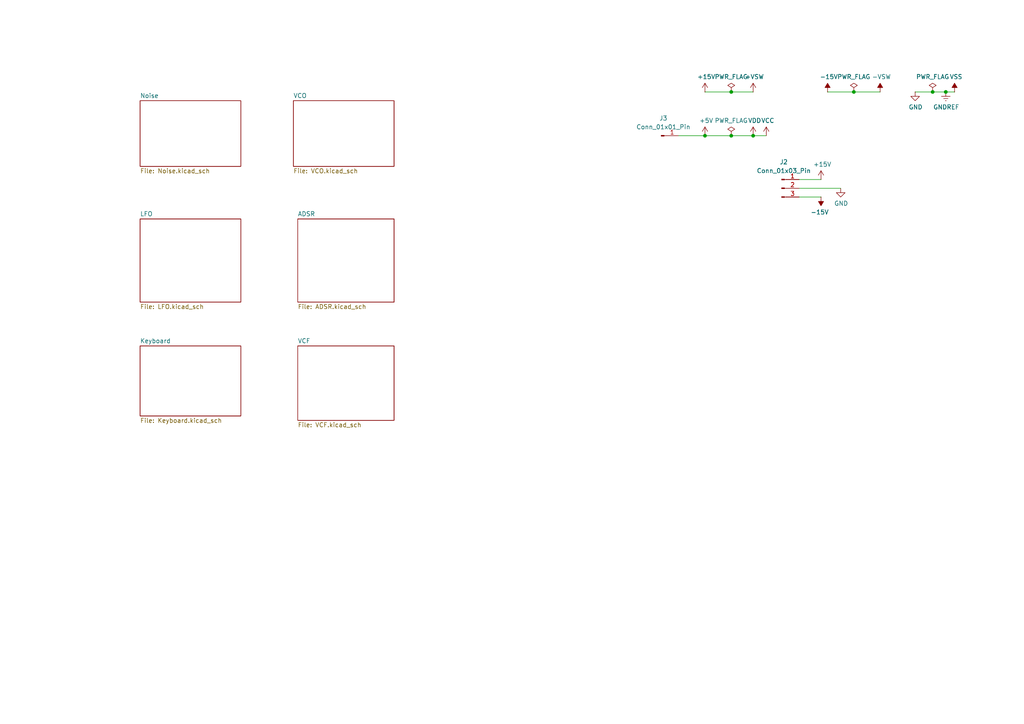
<source format=kicad_sch>
(kicad_sch (version 20250114) (generator "eeschema") (generator_version "9.0")
  (paper "A4")
  (lib_symbols
    (symbol "Connector:Conn_01x01_Pin" (pin_names (offset 1.016) (hide yes))
      (property "Reference" "J" (at 0 2.54 0))
      (property "Value" "Conn_01x01_Pin" (at 0 -2.54 0))
      (symbol "Conn_01x01_Pin_1_1"
        (rectangle (start 0.8636 0.127) (end 0 -0.127) (stroke (width 0.1524)) (fill (type outline)))
        (polyline (pts (xy 1.27 0) (xy 0.8636 0)) (stroke (width 0.1524)))
        (pin passive line (at 5.08 0 180) (length 3.81) (name "Pin_1") (number "1"))
      )
    )
    (symbol "Connector:Conn_01x03_Pin" (pin_names (offset 1.016) (hide yes))
      (property "Reference" "J" (at 0 5.08 0))
      (property "Value" "Conn_01x03_Pin" (at 0 -5.08 0))
      (symbol "Conn_01x03_Pin_1_1"
        (rectangle (start 0.8636 2.667) (end 0 2.413) (stroke (width 0.1524)) (fill (type outline)))
        (rectangle (start 0.8636 0.127) (end 0 -0.127) (stroke (width 0.1524)) (fill (type outline)))
        (rectangle (start 0.8636 -2.413) (end 0 -2.667) (stroke (width 0.1524)) (fill (type outline)))
        (polyline (pts (xy 1.27 2.54) (xy 0.8636 2.54)) (stroke (width 0.1524)))
        (polyline (pts (xy 1.27 0) (xy 0.8636 0)) (stroke (width 0.1524)))
        (polyline (pts (xy 1.27 -2.54) (xy 0.8636 -2.54)) (stroke (width 0.1524)))
        (pin passive line (at 5.08 2.54 180) (length 3.81) (name "Pin_1") (number "1"))
        (pin passive line (at 5.08 0 180) (length 3.81) (name "Pin_2") (number "2"))
        (pin passive line (at 5.08 -2.54 180) (length 3.81) (name "Pin_3") (number "3"))
      )
    )
    (symbol "power:+15V" (power) (pin_numbers (hide yes)) (pin_names (offset 0) (hide yes))
      (property "Value" "+15V" (at 0 3.556 0))
      (symbol "+15V_0_1"
        (polyline (pts (xy -0.762 1.27) (xy 0 2.54)))
        (polyline (pts (xy 0 2.54) (xy 0.762 1.27)))
        (polyline (pts (xy 0 0) (xy 0 2.54)))
      )
      (symbol "+15V_1_1"
        (pin power_in line (at 0 0 90) (length 0) (name "~") (number "1"))
      )
    )
    (symbol "power:+5V" (power) (pin_numbers (hide yes)) (pin_names (offset 0) (hide yes))
      (property "Value" "+5V" (at 0 3.556 0))
      (symbol "+5V_0_1"
        (polyline (pts (xy -0.762 1.27) (xy 0 2.54)))
        (polyline (pts (xy 0 2.54) (xy 0.762 1.27)))
        (polyline (pts (xy 0 0) (xy 0 2.54)))
      )
      (symbol "+5V_1_1"
        (pin power_in line (at 0 0 90) (length 0) (name "~") (number "1"))
      )
    )
    (symbol "power:+VSW" (power) (pin_numbers (hide yes)) (pin_names (offset 0) (hide yes))
      (property "Value" "+VSW" (at 0 3.556 0))
      (symbol "+VSW_0_1"
        (polyline (pts (xy -0.762 1.27) (xy 0 2.54)))
        (polyline (pts (xy 0 2.54) (xy 0.762 1.27)))
        (polyline (pts (xy 0 0) (xy 0 2.54)))
      )
      (symbol "+VSW_1_1"
        (pin power_in line (at 0 0 90) (length 0) (name "~") (number "1"))
      )
    )
    (symbol "power:-15V" (power) (pin_numbers (hide yes)) (pin_names (offset 0) (hide yes))
      (property "Value" "-15V" (at 0 3.556 0))
      (symbol "-15V_0_0"
        (pin power_in line (at 0 0 90) (length 0) (name "~") (number "1"))
      )
      (symbol "-15V_0_1"
        (polyline (pts (xy 0 0) (xy 0 1.27) (xy 0.762 1.27) (xy 0 2.54) (xy -0.762 1.27) (xy 0 1.27)) (fill (type outline)))
      )
    )
    (symbol "power:-VSW" (power) (pin_numbers (hide yes)) (pin_names (offset 0) (hide yes))
      (property "Value" "-VSW" (at 0 3.556 0))
      (symbol "-VSW_0_0"
        (pin power_in line (at 0 0 90) (length 0) (name "~") (number "1"))
      )
      (symbol "-VSW_0_1"
        (polyline (pts (xy 0 0) (xy 0 1.27) (xy 0.762 1.27) (xy 0 2.54) (xy -0.762 1.27) (xy 0 1.27)) (fill (type outline)))
      )
    )
    (symbol "power:GND" (power) (pin_numbers (hide yes)) (pin_names (offset 0) (hide yes))
      (property "Value" "GND" (at 0 -3.81 0))
      (symbol "GND_0_1"
        (polyline (pts (xy 0 0) (xy 0 -1.27) (xy 1.27 -1.27) (xy 0 -2.54) (xy -1.27 -1.27) (xy 0 -1.27)))
      )
      (symbol "GND_1_1"
        (pin power_in line (at 0 0 270) (length 0) (name "~") (number "1"))
      )
    )
    (symbol "power:GNDREF" (power) (pin_numbers (hide yes)) (pin_names (offset 0) (hide yes))
      (property "Value" "GNDREF" (at 0 -3.81 0))
      (symbol "GNDREF_0_1"
        (polyline (pts (xy -0.635 -1.905) (xy 0.635 -1.905)))
        (polyline (pts (xy -0.127 -2.54) (xy 0.127 -2.54)))
        (polyline (pts (xy 0 -1.27) (xy 0 0)))
        (polyline (pts (xy 1.27 -1.27) (xy -1.27 -1.27)))
      )
      (symbol "GNDREF_1_1"
        (pin power_in line (at 0 0 270) (length 0) (name "~") (number "1"))
      )
    )
    (symbol "power:PWR_FLAG" (power) (pin_numbers (hide yes)) (pin_names (offset 0) (hide yes))
      (property "Value" "PWR_FLAG" (at 0 3.81 0))
      (symbol "PWR_FLAG_0_0"
        (pin power_out line (at 0 0 90) (length 0) (name "~") (number "1"))
      )
      (symbol "PWR_FLAG_0_1"
        (polyline (pts (xy 0 0) (xy 0 1.27) (xy -1.016 1.905) (xy 0 2.54) (xy 1.016 1.905) (xy 0 1.27)))
      )
    )
    (symbol "power:VCC" (power) (pin_numbers (hide yes)) (pin_names (offset 0) (hide yes))
      (property "Value" "VCC" (at 0 3.556 0))
      (symbol "VCC_0_1"
        (polyline (pts (xy -0.762 1.27) (xy 0 2.54)))
        (polyline (pts (xy 0 2.54) (xy 0.762 1.27)))
        (polyline (pts (xy 0 0) (xy 0 2.54)))
      )
      (symbol "VCC_1_1"
        (pin power_in line (at 0 0 90) (length 0) (name "~") (number "1"))
      )
    )
    (symbol "power:VDD" (power) (pin_numbers (hide yes)) (pin_names (offset 0) (hide yes))
      (property "Value" "VDD" (at 0 3.556 0))
      (symbol "VDD_0_1"
        (polyline (pts (xy -0.762 1.27) (xy 0 2.54)))
        (polyline (pts (xy 0 2.54) (xy 0.762 1.27)))
        (polyline (pts (xy 0 0) (xy 0 2.54)))
      )
      (symbol "VDD_1_1"
        (pin power_in line (at 0 0 90) (length 0) (name "~") (number "1"))
      )
    )
    (symbol "power:VSS" (power) (pin_numbers (hide yes)) (pin_names (offset 0) (hide yes))
      (property "Value" "VSS" (at 0 3.556 0))
      (symbol "VSS_0_1"
        (polyline (pts (xy 0 0) (xy 0 2.54)))
        (polyline (pts (xy 0.762 1.27) (xy -0.762 1.27) (xy 0 2.54) (xy 0.762 1.27)) (fill (type outline)))
      )
      (symbol "VSS_1_1"
        (pin power_in line (at 0 0 90) (length 0) (name "~") (number "1"))
      )
    )
  )
  (junction (at 270.51 26.67))
  (junction (at 274.32 26.67))
  (junction (at 212.09 39.37))
  (junction (at 218.44 39.37))
  (junction (at 204.47 39.37))
  (junction (at 212.09 26.67))
  (junction (at 247.65 26.67))
  (wire (pts (xy 265.43 26.67) (xy 270.51 26.67)))
  (wire (pts (xy 218.44 39.37) (xy 212.09 39.37)))
  (wire (pts (xy 247.65 26.67) (xy 240.03 26.67)))
  (wire (pts (xy 255.27 26.67) (xy 247.65 26.67)))
  (wire (pts (xy 196.85 39.37) (xy 204.47 39.37)))
  (wire (pts (xy 218.44 39.37) (xy 222.25 39.37)))
  (wire (pts (xy 212.09 39.37) (xy 204.47 39.37)))
  (wire (pts (xy 231.775 54.61) (xy 243.84 54.61)))
  (wire (pts (xy 231.775 57.15) (xy 238.125 57.15)))
  (wire (pts (xy 276.86 26.67) (xy 274.32 26.67)))
  (wire (pts (xy 231.775 52.07) (xy 238.125 52.07)))
  (wire (pts (xy 212.09 26.67) (xy 204.47 26.67)))
  (wire (pts (xy 218.44 26.67) (xy 212.09 26.67)))
  (wire (pts (xy 274.32 26.67) (xy 270.51 26.67)))
  (symbol (lib_id "power:+15V") (at 204.47 26.67 0) (unit 1)
    (property "Reference" "#PWR01" (effects (hide yes)))
    (property "Value" "+15V" (at 204.851 22.2758 0))
    (property "Description" "Power symbol creates a global label with name \"+15V\"" (effects (hide yes)))
  )
  (symbol (lib_id "power:-15V") (at 240.03 26.67 0) (unit 1)
    (property "Reference" "#PWR04" (effects (hide yes)))
    (property "Value" "-15V" (at 240.411 22.2758 0))
    (property "Description" "Power symbol creates a global label with name \"-15V\"" (effects (hide yes)))
  )
  (symbol (lib_id "power:PWR_FLAG") (at 212.09 26.67 0) (unit 1)
    (property "Reference" "#FLG01" (effects (hide yes)))
    (property "Value" "PWR_FLAG" (at 212.09 22.2758 0))
    (property "Description" "Special symbol for telling ERC where power comes from" (effects (hide yes)))
  )
  (symbol (lib_id "power:PWR_FLAG") (at 247.65 26.67 0) (unit 1)
    (property "Reference" "#FLG03" (effects (hide yes)))
    (property "Value" "PWR_FLAG" (at 247.65 22.2758 0))
    (property "Description" "Special symbol for telling ERC where power comes from" (effects (hide yes)))
  )
  (symbol (lib_id "power:PWR_FLAG") (at 270.51 26.67 0) (unit 1)
    (property "Reference" "#FLG04" (effects (hide yes)))
    (property "Value" "PWR_FLAG" (at 270.51 22.2758 0))
    (property "Description" "Special symbol for telling ERC where power comes from" (effects (hide yes)))
  )
  (symbol (lib_id "power:GND") (at 265.43 26.67 0) (unit 1)
    (property "Reference" "#PWR06" (effects (hide yes)))
    (property "Value" "GND" (at 265.557 31.0642 0))
    (property "Description" "Power symbol creates a global label with name \"GND\" , ground" (effects (hide yes)))
  )
  (symbol (lib_id "power:+VSW") (at 218.44 26.67 0) (unit 1)
    (property "Reference" "#PWR03" (effects (hide yes)))
    (property "Value" "+VSW" (at 218.821 22.2758 0))
    (property "Description" "Power symbol creates a global label with name \"+VSW\"" (effects (hide yes)))
  )
  (symbol (lib_id "power:-VSW") (at 255.27 26.67 0) (unit 1)
    (property "Reference" "#PWR05" (effects (hide yes)))
    (property "Value" "-VSW" (at 255.651 22.2758 0))
    (property "Description" "Power symbol creates a global label with name \"-VSW\"" (effects (hide yes)))
  )
  (symbol (lib_id "power:+5V") (at 204.47 39.37 0) (unit 1)
    (property "Reference" "#PWR02" (effects (hide yes)))
    (property "Value" "+5V" (at 204.851 34.9758 0))
    (property "Description" "Power symbol creates a global label with name \"+5V\"" (effects (hide yes)))
  )
  (symbol (lib_id "power:PWR_FLAG") (at 212.09 39.37 0) (unit 1)
    (property "Reference" "#FLG02" (effects (hide yes)))
    (property "Value" "PWR_FLAG" (at 212.09 34.9758 0))
    (property "Description" "Special symbol for telling ERC where power comes from" (effects (hide yes)))
  )
  (symbol (lib_id "power:VDD") (at 218.44 39.37 0) (unit 1)
    (property "Reference" "#PWR0124" (effects (hide yes)))
    (property "Value" "VDD" (at 218.8718 34.9758 0))
    (property "Description" "Power symbol creates a global label with name \"VDD\"" (effects (hide yes)))
  )
  (symbol (lib_id "power:VSS") (at 276.86 26.67 0) (unit 1)
    (property "Reference" "#PWR0125" (effects (hide yes)))
    (property "Value" "VSS" (at 277.2918 22.2758 0))
    (property "Description" "Power symbol creates a global label with name \"VSS\"" (effects (hide yes)))
  )
  (symbol (lib_id "power:VCC") (at 222.25 39.37 0) (unit 1)
    (property "Reference" "#PWR0126" (effects (hide yes)))
    (property "Value" "VCC" (at 222.6818 34.9758 0))
    (property "Description" "Power symbol creates a global label with name \"VCC\"" (effects (hide yes)))
  )
  (symbol (lib_id "power:GNDREF") (at 274.32 26.67 0) (unit 1)
    (property "Reference" "#PWR0127" (effects (hide yes)))
    (property "Value" "GNDREF" (at 274.447 31.0642 0))
    (property "Description" "Power symbol creates a global label with name \"GNDREF\" , reference supply ground" (effects (hide yes)))
  )
  (symbol (lib_id "power:+15V") (at 238.125 52.07 0) (unit 1)
    (property "Reference" "#PWR0145" (effects (hide yes)))
    (property "Value" "+15V" (at 238.506 47.6758 0))
    (property "Description" "Power symbol creates a global label with name \"+15V\"" (effects (hide yes)))
  )
  (symbol (lib_id "power:-15V") (at 238.125 57.15 180) (unit 1)
    (property "Reference" "#PWR0147" (effects (hide yes)))
    (property "Value" "-15V" (at 237.744 61.5442 0))
    (property "Description" "Power symbol creates a global label with name \"-15V\"" (effects (hide yes)))
  )
  (symbol (lib_id "Connector:Conn_01x01_Pin") (at 191.77 39.37 0) (unit 1)
    (property "Reference" "J3" (at 192.405 34.29 0))
    (property "Value" "Conn_01x01_Pin" (at 192.405 36.83 0))
    (property "Description" "Generic connector, single row, 01x01, script generated" (effects (hide yes)))
  )
  (symbol (lib_id "Connector:Conn_01x03_Pin") (at 226.695 54.61 0) (unit 1)
    (property "Reference" "J2" (at 227.33 46.99 0))
    (property "Value" "Conn_01x03_Pin" (at 227.33 49.53 0))
    (property "Description" "Generic connector, single row, 01x03, script generated" (effects (hide yes)))
  )
  (symbol (lib_id "power:GND") (at 243.84 54.61 0) (unit 1)
    (property "Reference" "#PWR0146" (effects (hide yes)))
    (property "Value" "GND" (at 243.967 59.0042 0))
    (property "Description" "Power symbol creates a global label with name \"GND\" , ground" (effects (hide yes)))
  )
  (sheet (at 40.64 29.21) (size 29.21 19.05)
    (property "Sheetname" "Noise" (at 40.64 28.4984 0) (effects (justify left bottom)))
    (property "Sheetfile" "Noise.kicad_sch" (at 40.64 48.8446 0) (effects (justify left top)))
  )
  (sheet (at 40.64 63.5) (size 29.21 24.13)
    (property "Sheetname" "LFO" (at 40.64 62.7884 0) (effects (justify left bottom)))
    (property "Sheetfile" "LFO.kicad_sch" (at 40.64 88.2146 0) (effects (justify left top)))
  )
  (sheet (at 85.09 29.21) (size 29.21 19.05)
    (property "Sheetname" "VCO" (at 85.09 28.4984 0) (effects (justify left bottom)))
    (property "Sheetfile" "VCO.kicad_sch" (at 85.09 48.8446 0) (effects (justify left top)))
  )
  (sheet (at 86.36 63.5) (size 27.94 24.13)
    (property "Sheetname" "ADSR" (at 86.36 62.7884 0) (effects (justify left bottom)))
    (property "Sheetfile" "ADSR.kicad_sch" (at 86.36 88.2146 0) (effects (justify left top)))
  )
  (sheet (at 40.64 100.33) (size 29.21 20.32)
    (property "Sheetname" "Keyboard" (at 40.64 99.6184 0) (effects (justify left bottom)))
    (property "Sheetfile" "Keyboard.kicad_sch" (at 40.64 121.2346 0) (effects (justify left top)))
  )
  (sheet (at 86.36 100.33) (size 27.94 21.59)
    (property "Sheetname" "VCF" (at 86.36 99.6184 0) (effects (justify left bottom)))
    (property "Sheetfile" "VCF.kicad_sch" (at 86.36 122.5046 0) (effects (justify left top)))
  )
)
</source>
